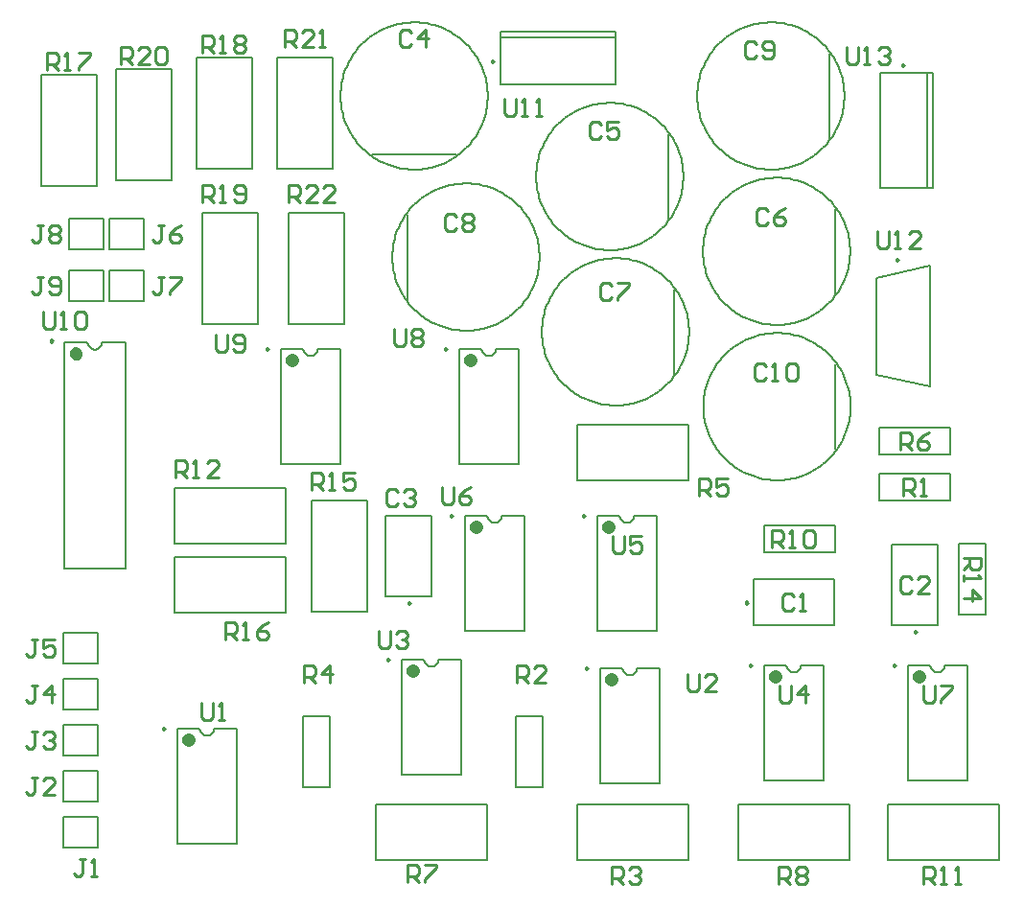
<source format=gto>
G04*
G04 #@! TF.GenerationSoftware,Altium Limited,Altium Designer,22.8.2 (66)*
G04*
G04 Layer_Color=65535*
%FSLAX25Y25*%
%MOIN*%
G70*
G04*
G04 #@! TF.SameCoordinates,5F72AED0-B843-43E6-9510-CD6902FEA16C*
G04*
G04*
G04 #@! TF.FilePolarity,Positive*
G04*
G01*
G75*
%ADD10C,0.02362*%
%ADD11C,0.00984*%
%ADD12C,0.00787*%
%ADD13C,0.00591*%
%ADD14C,0.01000*%
D10*
X180370Y126205D02*
X179925Y127128D01*
X178926Y127356D01*
X178125Y126717D01*
Y125692D01*
X178926Y125053D01*
X179925Y125281D01*
X180370Y126205D01*
X226370D02*
X225925Y127128D01*
X224926Y127356D01*
X224125Y126717D01*
Y125692D01*
X224926Y125053D01*
X225925Y125281D01*
X226370Y126205D01*
X116370Y184205D02*
X115925Y185128D01*
X114926Y185356D01*
X114125Y184717D01*
Y183692D01*
X114926Y183053D01*
X115925Y183281D01*
X116370Y184205D01*
X178370D02*
X177925Y185128D01*
X176926Y185356D01*
X176125Y184717D01*
Y183692D01*
X176926Y183053D01*
X177925Y183281D01*
X178370Y184205D01*
X41173Y186496D02*
X40729Y187419D01*
X39729Y187648D01*
X38928Y187009D01*
Y185984D01*
X39729Y185345D01*
X40729Y185573D01*
X41173Y186496D01*
X334370Y74205D02*
X333925Y75128D01*
X332926Y75356D01*
X332125Y74717D01*
Y73692D01*
X332926Y73053D01*
X333925Y73281D01*
X334370Y74205D01*
X80370Y52205D02*
X79925Y53128D01*
X78926Y53356D01*
X78125Y52717D01*
Y51692D01*
X78926Y51053D01*
X79925Y51281D01*
X80370Y52205D01*
X284370Y74205D02*
X283925Y75128D01*
X282926Y75356D01*
X282125Y74717D01*
Y73692D01*
X282926Y73053D01*
X283925Y73281D01*
X284370Y74205D01*
X158370Y76205D02*
X157925Y77128D01*
X156926Y77356D01*
X156125Y76717D01*
Y75692D01*
X156926Y75053D01*
X157925Y75281D01*
X158370Y76205D01*
X227370Y73205D02*
X226925Y74128D01*
X225926Y74356D01*
X225125Y73717D01*
Y72692D01*
X225926Y72053D01*
X226925Y72281D01*
X227370Y73205D01*
D11*
X171177Y130181D02*
X170439Y130607D01*
Y129755D01*
X171177Y130181D01*
X156333Y99752D02*
X155595Y100178D01*
Y99326D01*
X156333Y99752D01*
X217177Y130181D02*
X216439Y130607D01*
Y129755D01*
X217177Y130181D01*
X107177Y188181D02*
X106439Y188607D01*
Y187755D01*
X107177Y188181D01*
X169177D02*
X168439Y188607D01*
Y187755D01*
X169177Y188181D01*
X32177Y190984D02*
X31439Y191410D01*
Y190558D01*
X32177Y190984D01*
X325177Y78181D02*
X324439Y78607D01*
Y77755D01*
X325177Y78181D01*
X328177Y286701D02*
X327439Y287127D01*
Y286275D01*
X328177Y286701D01*
X71177Y56181D02*
X70439Y56607D01*
Y55755D01*
X71177Y56181D01*
X275177Y78181D02*
X274439Y78607D01*
Y77755D01*
X275177Y78181D01*
X149177Y80181D02*
X148439Y80607D01*
Y79755D01*
X149177Y80181D01*
X326051Y219035D02*
X325313Y219462D01*
Y218609D01*
X326051Y219035D01*
X185539Y288063D02*
X184801Y288489D01*
Y287637D01*
X185539Y288063D01*
X273866Y99907D02*
X273128Y100334D01*
Y99481D01*
X273866Y99907D01*
X332333Y89752D02*
X331594Y90178D01*
Y89326D01*
X332333Y89752D01*
X218177Y77181D02*
X217439Y77607D01*
Y76755D01*
X218177Y77181D01*
D12*
X183185Y130142D02*
X183375Y129185D01*
X183917Y128374D01*
X184728Y127832D01*
X185685Y127642D01*
X186642Y127832D01*
X187453Y128374D01*
X187995Y129185D01*
X188185Y130142D01*
X229185D02*
X229375Y129185D01*
X229917Y128374D01*
X230728Y127832D01*
X231685Y127642D01*
X232642Y127832D01*
X233453Y128374D01*
X233995Y129185D01*
X234185Y130142D01*
X119185Y188142D02*
X119375Y187185D01*
X119917Y186374D01*
X120728Y185832D01*
X121685Y185642D01*
X122642Y185832D01*
X123453Y186374D01*
X123995Y187185D01*
X124185Y188142D01*
X181185D02*
X181375Y187185D01*
X181917Y186374D01*
X182728Y185832D01*
X183685Y185642D01*
X184642Y185832D01*
X185453Y186374D01*
X185995Y187185D01*
X186185Y188142D01*
X44185Y190433D02*
X44375Y189476D01*
X44917Y188665D01*
X45728Y188123D01*
X46685Y187933D01*
X47642Y188123D01*
X48453Y188665D01*
X48995Y189476D01*
X49185Y190433D01*
X337185Y78142D02*
X337375Y77185D01*
X337917Y76374D01*
X338728Y75832D01*
X339685Y75642D01*
X340642Y75832D01*
X341453Y76374D01*
X341995Y77185D01*
X342185Y78142D01*
X83185Y56142D02*
X83375Y55185D01*
X83917Y54374D01*
X84728Y53832D01*
X85685Y53642D01*
X86642Y53832D01*
X87453Y54374D01*
X87995Y55185D01*
X88185Y56142D01*
X287185Y78142D02*
X287375Y77185D01*
X287917Y76374D01*
X288728Y75832D01*
X289685Y75642D01*
X290642Y75832D01*
X291453Y76374D01*
X291995Y77185D01*
X292185Y78142D01*
X161185Y80142D02*
X161375Y79185D01*
X161917Y78374D01*
X162728Y77832D01*
X163685Y77642D01*
X164642Y77832D01*
X165453Y78374D01*
X165995Y79185D01*
X166185Y80142D01*
X230185Y77142D02*
X230375Y76185D01*
X230917Y75374D01*
X231728Y74832D01*
X232685Y74642D01*
X233642Y74832D01*
X234453Y75374D01*
X234995Y76185D01*
X235185Y77142D01*
X121921Y135315D02*
X141449D01*
Y96811D02*
Y135315D01*
X121921Y96811D02*
X141449D01*
X121921D02*
Y135315D01*
X74433Y120280D02*
Y139807D01*
X112937D01*
Y120280D02*
Y139807D01*
X74433Y120280D02*
X112937D01*
X175252Y89984D02*
X196118D01*
X188185Y130142D02*
X196118D01*
X175252D02*
X183185D01*
X196118Y89984D02*
Y130142D01*
X175252Y89984D02*
Y130142D01*
X147673Y130059D02*
X163697D01*
X147673Y102067D02*
X163697D01*
Y130059D01*
X147673Y102067D02*
Y130059D01*
X221252Y89984D02*
X242118D01*
X234185Y130142D02*
X242118D01*
X221252D02*
X229185D01*
X242118Y89984D02*
Y130142D01*
X221252Y89984D02*
Y130142D01*
X83902Y235315D02*
X103429D01*
Y196811D02*
Y235315D01*
X83902Y196811D02*
X103429D01*
X83902D02*
Y235315D01*
X111252Y147984D02*
X132118D01*
X124185Y188142D02*
X132118D01*
X111252D02*
X119185D01*
X132118Y147984D02*
Y188142D01*
X111252Y147984D02*
Y188142D01*
X113902Y235315D02*
X133429D01*
Y196811D02*
Y235315D01*
X113902Y196811D02*
X133429D01*
X113902D02*
Y235315D01*
X53921Y285315D02*
X73449D01*
Y246811D02*
Y285315D01*
X53921Y246811D02*
X73449D01*
X53921D02*
Y285315D01*
X27902Y283315D02*
X47429D01*
Y244811D02*
Y283315D01*
X27902Y244811D02*
X47429D01*
X27902D02*
Y283315D01*
X37681Y233319D02*
X49689D01*
Y222807D02*
Y233319D01*
X37681Y222807D02*
X49689D01*
X37681D02*
Y233319D01*
X51681Y215319D02*
X63689D01*
Y204807D02*
Y215319D01*
X51681Y204807D02*
X63689D01*
X51681D02*
Y215319D01*
Y233319D02*
X63689D01*
Y222807D02*
Y233319D01*
X51681Y222807D02*
X63689D01*
X51681D02*
Y233319D01*
X37681Y215319D02*
X49689D01*
Y204807D02*
Y215319D01*
X37681Y204807D02*
X49689D01*
X37681D02*
Y215319D01*
X81941Y250811D02*
X101469D01*
X81941D02*
Y289315D01*
X101469D01*
Y250811D02*
Y289315D01*
X245961Y233496D02*
Y262630D01*
X155410Y205496D02*
Y234630D01*
X109941Y250811D02*
X129469D01*
X109941D02*
Y289315D01*
X129469D01*
Y250811D02*
Y289315D01*
X143118Y255787D02*
X172252D01*
X173252Y147984D02*
X194118D01*
X186185Y188142D02*
X194118D01*
X173252D02*
X181185D01*
X194118Y147984D02*
Y188142D01*
X173252Y147984D02*
Y188142D01*
X252937Y142299D02*
Y161827D01*
X214433Y142299D02*
X252937D01*
X214433D02*
Y161827D01*
X252937D01*
X247961Y179496D02*
Y208630D01*
X36055Y111693D02*
Y190433D01*
X57315Y111693D02*
Y190433D01*
X36055D02*
X44185D01*
X49185D02*
X57315D01*
X36055Y111693D02*
X57315D01*
X329252Y37984D02*
X350118D01*
X342185Y78142D02*
X350118D01*
X329252D02*
X337185D01*
X350118Y37984D02*
Y78142D01*
X329252Y37984D02*
Y78142D01*
X346961Y120465D02*
X356410D01*
Y95661D02*
Y120465D01*
X346961Y95661D02*
Y120465D01*
Y95661D02*
X356410D01*
X360937Y10319D02*
Y29847D01*
X322433Y10319D02*
X360937D01*
X322433D02*
Y29847D01*
X360937D01*
X319654Y284142D02*
X338158D01*
X319654Y243984D02*
X338158D01*
X319654D02*
Y284142D01*
X338158Y243984D02*
Y284142D01*
X336189Y243984D02*
Y284142D01*
X75252Y15984D02*
X96118D01*
X88185Y56142D02*
X96118D01*
X75252D02*
X83185D01*
X96118Y15984D02*
Y56142D01*
X75252Y15984D02*
Y56142D01*
X252937Y10319D02*
Y29847D01*
X214433Y10319D02*
X252937D01*
X214433D02*
Y29847D01*
X252937D01*
X279252Y37984D02*
X300118D01*
X292185Y78142D02*
X300118D01*
X279252D02*
X287185D01*
X300118Y37984D02*
Y78142D01*
X279252Y37984D02*
Y78142D01*
X344087Y135339D02*
Y144787D01*
X319284Y135339D02*
X344087D01*
X319284Y144787D02*
X344087D01*
X319284Y135339D02*
Y144787D01*
X279283Y117339D02*
Y126787D01*
X304087D01*
X279283Y117339D02*
X304087D01*
Y126787D01*
X344087Y151339D02*
Y160787D01*
X319284Y151339D02*
X344087D01*
X319284Y160787D02*
X344087D01*
X319284Y151339D02*
Y160787D01*
X308937Y10319D02*
Y29847D01*
X270433Y10319D02*
X308937D01*
X270433D02*
Y29847D01*
X308937D01*
X153252Y39984D02*
X174118D01*
X166185Y80142D02*
X174118D01*
X153252D02*
X161185D01*
X174118Y39984D02*
Y80142D01*
X153252Y39984D02*
Y80142D01*
X182937Y10319D02*
Y29847D01*
X144433Y10319D02*
X182937D01*
X144433D02*
Y29847D01*
X182937D01*
X301961Y261496D02*
Y290630D01*
X303961Y207496D02*
Y236630D01*
X318433Y179260D02*
Y212866D01*
Y179260D02*
X336937Y175059D01*
Y175256D02*
Y216870D01*
X318433Y212866D02*
X336937Y217067D01*
X35681Y41319D02*
X47689D01*
Y30807D02*
Y41319D01*
X35681Y30807D02*
X47689D01*
X35681D02*
Y41319D01*
Y73319D02*
X47689D01*
Y62807D02*
Y73319D01*
X35681Y62807D02*
X47689D01*
X35681D02*
Y73319D01*
Y89319D02*
X47689D01*
Y78807D02*
Y89319D01*
X35681Y78807D02*
X47689D01*
X35681D02*
Y89319D01*
Y57319D02*
X47689D01*
Y46807D02*
Y57319D01*
X35681Y46807D02*
X47689D01*
X35681D02*
Y57319D01*
Y25319D02*
X47689D01*
Y14807D02*
Y25319D01*
X35681Y14807D02*
X47689D01*
X35681D02*
Y25319D01*
X187606Y280031D02*
Y298535D01*
X227764Y280031D02*
Y298535D01*
X187606Y280031D02*
X227764D01*
X187606Y298535D02*
X227764D01*
X187606Y296567D02*
X227764D01*
X304118Y153496D02*
Y182630D01*
X303681Y92051D02*
Y108075D01*
X275689Y92051D02*
Y108075D01*
Y92051D02*
X303681D01*
X275689Y108075D02*
X303681D01*
X323673Y120059D02*
X339697D01*
X323673Y92067D02*
X339697D01*
Y120059D01*
X323673Y92067D02*
Y120059D01*
X118961Y35661D02*
X128410D01*
X118961D02*
Y60465D01*
X128410Y35661D02*
Y60465D01*
X118961D02*
X128410D01*
X74433Y96280D02*
Y115807D01*
X112937D01*
Y96280D02*
Y115807D01*
X74433Y96280D02*
X112937D01*
X192961Y35661D02*
X202410D01*
X192961D02*
Y60465D01*
X202410Y35661D02*
Y60465D01*
X192961D02*
X202410D01*
X222252Y36984D02*
X243118D01*
X235185Y77142D02*
X243118D01*
X222252D02*
X230185D01*
X243118Y36984D02*
Y77142D01*
X222252Y36984D02*
Y77142D01*
D13*
X251276Y248063D02*
X251256Y249061D01*
X251198Y250058D01*
X251100Y251052D01*
X250964Y252042D01*
X250790Y253025D01*
X250577Y254001D01*
X250327Y254967D01*
X250039Y255923D01*
X249713Y256868D01*
X249352Y257798D01*
X248954Y258714D01*
X248520Y259614D01*
X248052Y260496D01*
X247550Y261359D01*
X247015Y262202D01*
X246447Y263024D01*
X245847Y263823D01*
X245217Y264597D01*
X244557Y265347D01*
X243868Y266070D01*
X243152Y266765D01*
X242409Y267433D01*
X241640Y268071D01*
X240848Y268678D01*
X240032Y269254D01*
X239194Y269797D01*
X238336Y270308D01*
X237458Y270784D01*
X236563Y271227D01*
X235651Y271633D01*
X234724Y272004D01*
X233783Y272339D01*
X232829Y272636D01*
X231865Y272896D01*
X230892Y273118D01*
X229910Y273302D01*
X228922Y273448D01*
X227929Y273555D01*
X226933Y273623D01*
X225935Y273652D01*
X224936Y273643D01*
X223939Y273594D01*
X222944Y273506D01*
X221953Y273380D01*
X220968Y273215D01*
X219991Y273012D01*
X219022Y272771D01*
X218063Y272492D01*
X217115Y272176D01*
X216181Y271823D01*
X215261Y271434D01*
X214357Y271010D01*
X213471Y270550D01*
X212603Y270057D01*
X211754Y269530D01*
X210928Y268970D01*
X210123Y268378D01*
X209342Y267755D01*
X208586Y267103D01*
X207857Y266421D01*
X207154Y265712D01*
X206479Y264975D01*
X205834Y264213D01*
X205219Y263426D01*
X204635Y262616D01*
X204084Y261784D01*
X203565Y260930D01*
X203080Y260057D01*
X202629Y259166D01*
X202213Y258258D01*
X201833Y257335D01*
X201490Y256397D01*
X201183Y255447D01*
X200914Y254485D01*
X200682Y253514D01*
X200488Y252534D01*
X200333Y251548D01*
X200216Y250556D01*
X200138Y249560D01*
X200099Y248562D01*
Y247564D01*
X200138Y246566D01*
X200216Y245570D01*
X200333Y244579D01*
X200488Y243592D01*
X200682Y242612D01*
X200913Y241641D01*
X201183Y240679D01*
X201490Y239729D01*
X201833Y238791D01*
X202213Y237868D01*
X202629Y236960D01*
X203080Y236069D01*
X203565Y235196D01*
X204083Y234343D01*
X204635Y233510D01*
X205219Y232700D01*
X205834Y231913D01*
X206479Y231151D01*
X207154Y230415D01*
X207856Y229705D01*
X208586Y229023D01*
X209342Y228371D01*
X210123Y227748D01*
X210927Y227156D01*
X211754Y226596D01*
X212602Y226069D01*
X213471Y225576D01*
X214357Y225116D01*
X215261Y224692D01*
X216181Y224303D01*
X217115Y223950D01*
X218062Y223634D01*
X219022Y223355D01*
X219990Y223114D01*
X220968Y222911D01*
X221953Y222746D01*
X222944Y222620D01*
X223939Y222532D01*
X224936Y222483D01*
X225935Y222474D01*
X226933Y222503D01*
X227929Y222571D01*
X228922Y222678D01*
X229910Y222824D01*
X230891Y223008D01*
X231865Y223230D01*
X232829Y223490D01*
X233783Y223787D01*
X234724Y224122D01*
X235651Y224493D01*
X236563Y224899D01*
X237458Y225342D01*
X238336Y225818D01*
X239194Y226329D01*
X240032Y226872D01*
X240848Y227448D01*
X241640Y228055D01*
X242409Y228693D01*
X243152Y229360D01*
X243868Y230056D01*
X244557Y230779D01*
X245217Y231529D01*
X245847Y232303D01*
X246447Y233102D01*
X247015Y233924D01*
X247550Y234767D01*
X248052Y235630D01*
X248520Y236512D01*
X248954Y237411D01*
X249351Y238328D01*
X249713Y239258D01*
X250039Y240202D01*
X250327Y241159D01*
X250577Y242125D01*
X250790Y243101D01*
X250964Y244084D01*
X251100Y245074D01*
X251198Y246068D01*
X251256Y247064D01*
X251276Y248063D01*
X201276Y220063D02*
X201256Y221061D01*
X201198Y222058D01*
X201100Y223052D01*
X200964Y224042D01*
X200790Y225025D01*
X200577Y226001D01*
X200327Y226967D01*
X200039Y227923D01*
X199713Y228868D01*
X199351Y229798D01*
X198954Y230714D01*
X198520Y231614D01*
X198052Y232496D01*
X197550Y233359D01*
X197015Y234202D01*
X196447Y235024D01*
X195847Y235823D01*
X195217Y236597D01*
X194557Y237347D01*
X193868Y238070D01*
X193152Y238766D01*
X192409Y239433D01*
X191640Y240071D01*
X190848Y240678D01*
X190032Y241254D01*
X189194Y241797D01*
X188336Y242308D01*
X187458Y242785D01*
X186563Y243227D01*
X185651Y243633D01*
X184724Y244004D01*
X183783Y244339D01*
X182829Y244636D01*
X181865Y244896D01*
X180892Y245118D01*
X179910Y245302D01*
X178922Y245448D01*
X177929Y245555D01*
X176933Y245623D01*
X175935Y245652D01*
X174936Y245643D01*
X173939Y245594D01*
X172944Y245506D01*
X171953Y245380D01*
X170968Y245215D01*
X169991Y245012D01*
X169022Y244771D01*
X168063Y244492D01*
X167115Y244176D01*
X166181Y243823D01*
X165261Y243434D01*
X164357Y243010D01*
X163471Y242550D01*
X162603Y242057D01*
X161754Y241530D01*
X160927Y240970D01*
X160123Y240378D01*
X159342Y239755D01*
X158586Y239103D01*
X157857Y238421D01*
X157154Y237712D01*
X156479Y236975D01*
X155834Y236213D01*
X155219Y235426D01*
X154635Y234616D01*
X154084Y233784D01*
X153565Y232930D01*
X153079Y232057D01*
X152629Y231166D01*
X152213Y230258D01*
X151833Y229335D01*
X151490Y228397D01*
X151183Y227447D01*
X150914Y226485D01*
X150682Y225514D01*
X150488Y224534D01*
X150333Y223548D01*
X150216Y222556D01*
X150138Y221560D01*
X150099Y220562D01*
Y219564D01*
X150138Y218566D01*
X150216Y217570D01*
X150333Y216579D01*
X150488Y215592D01*
X150682Y214612D01*
X150913Y213641D01*
X151183Y212679D01*
X151490Y211729D01*
X151833Y210791D01*
X152213Y209868D01*
X152629Y208960D01*
X153079Y208069D01*
X153565Y207196D01*
X154084Y206343D01*
X154635Y205510D01*
X155219Y204700D01*
X155834Y203913D01*
X156479Y203151D01*
X157154Y202414D01*
X157857Y201705D01*
X158586Y201023D01*
X159342Y200371D01*
X160123Y199748D01*
X160927Y199156D01*
X161754Y198597D01*
X162602Y198069D01*
X163471Y197576D01*
X164357Y197116D01*
X165261Y196692D01*
X166181Y196303D01*
X167115Y195950D01*
X168062Y195634D01*
X169021Y195355D01*
X169991Y195114D01*
X170968Y194911D01*
X171953Y194746D01*
X172944Y194620D01*
X173939Y194532D01*
X174936Y194483D01*
X175935Y194474D01*
X176933Y194503D01*
X177929Y194571D01*
X178922Y194678D01*
X179910Y194824D01*
X180892Y195008D01*
X181865Y195230D01*
X182829Y195490D01*
X183783Y195787D01*
X184724Y196122D01*
X185651Y196493D01*
X186563Y196899D01*
X187458Y197342D01*
X188336Y197818D01*
X189194Y198329D01*
X190032Y198872D01*
X190848Y199448D01*
X191640Y200055D01*
X192409Y200693D01*
X193152Y201360D01*
X193868Y202056D01*
X194557Y202779D01*
X195217Y203529D01*
X195847Y204303D01*
X196447Y205102D01*
X197015Y205924D01*
X197550Y206767D01*
X198052Y207630D01*
X198520Y208512D01*
X198953Y209412D01*
X199351Y210328D01*
X199713Y211258D01*
X200039Y212203D01*
X200327Y213159D01*
X200577Y214125D01*
X200790Y215101D01*
X200964Y216084D01*
X201100Y217074D01*
X201198Y218068D01*
X201256Y219064D01*
X201276Y220063D01*
X183276Y276063D02*
X183256Y277061D01*
X183198Y278058D01*
X183100Y279052D01*
X182964Y280042D01*
X182790Y281025D01*
X182577Y282001D01*
X182327Y282967D01*
X182038Y283923D01*
X181713Y284868D01*
X181351Y285798D01*
X180954Y286714D01*
X180520Y287614D01*
X180052Y288496D01*
X179550Y289359D01*
X179015Y290202D01*
X178447Y291024D01*
X177847Y291823D01*
X177217Y292597D01*
X176557Y293347D01*
X175868Y294070D01*
X175152Y294765D01*
X174409Y295433D01*
X173641Y296071D01*
X172848Y296678D01*
X172032Y297254D01*
X171194Y297797D01*
X170336Y298308D01*
X169458Y298784D01*
X168563Y299226D01*
X167651Y299633D01*
X166724Y300004D01*
X165783Y300339D01*
X164829Y300636D01*
X163865Y300896D01*
X162892Y301118D01*
X161910Y301302D01*
X160922Y301448D01*
X159929Y301555D01*
X158933Y301623D01*
X157935Y301652D01*
X156936Y301643D01*
X155939Y301594D01*
X154944Y301506D01*
X153953Y301380D01*
X152968Y301215D01*
X151991Y301012D01*
X151022Y300771D01*
X150063Y300492D01*
X149115Y300176D01*
X148181Y299823D01*
X147261Y299434D01*
X146357Y299010D01*
X145471Y298550D01*
X144603Y298057D01*
X143754Y297530D01*
X142928Y296970D01*
X142123Y296378D01*
X141342Y295755D01*
X140586Y295103D01*
X139857Y294421D01*
X139154Y293712D01*
X138479Y292975D01*
X137834Y292213D01*
X137219Y291426D01*
X136635Y290616D01*
X136084Y289784D01*
X135565Y288930D01*
X135080Y288057D01*
X134629Y287166D01*
X134213Y286258D01*
X133833Y285335D01*
X133490Y284397D01*
X133183Y283447D01*
X132913Y282485D01*
X132682Y281514D01*
X132488Y280534D01*
X132333Y279548D01*
X132216Y278556D01*
X132138Y277560D01*
X132099Y276562D01*
Y275564D01*
X132138Y274566D01*
X132216Y273570D01*
X132333Y272579D01*
X132488Y271592D01*
X132682Y270612D01*
X132913Y269641D01*
X133183Y268679D01*
X133490Y267729D01*
X133833Y266791D01*
X134213Y265868D01*
X134629Y264960D01*
X135080Y264069D01*
X135565Y263196D01*
X136083Y262343D01*
X136635Y261510D01*
X137219Y260700D01*
X137834Y259913D01*
X138479Y259151D01*
X139154Y258415D01*
X139857Y257705D01*
X140586Y257023D01*
X141342Y256371D01*
X142123Y255748D01*
X142927Y255156D01*
X143754Y254596D01*
X144603Y254069D01*
X145471Y253576D01*
X146357Y253116D01*
X147261Y252692D01*
X148181Y252303D01*
X149115Y251950D01*
X150063Y251634D01*
X151022Y251355D01*
X151990Y251114D01*
X152968Y250911D01*
X153953Y250746D01*
X154944Y250620D01*
X155939Y250532D01*
X156936Y250483D01*
X157935Y250474D01*
X158933Y250503D01*
X159929Y250571D01*
X160922Y250678D01*
X161910Y250824D01*
X162891Y251008D01*
X163865Y251230D01*
X164829Y251490D01*
X165783Y251787D01*
X166724Y252122D01*
X167651Y252493D01*
X168563Y252899D01*
X169458Y253342D01*
X170336Y253818D01*
X171194Y254329D01*
X172032Y254872D01*
X172848Y255448D01*
X173640Y256055D01*
X174409Y256693D01*
X175152Y257360D01*
X175868Y258056D01*
X176557Y258779D01*
X177217Y259529D01*
X177847Y260303D01*
X178447Y261102D01*
X179015Y261924D01*
X179550Y262767D01*
X180052Y263630D01*
X180520Y264512D01*
X180954Y265411D01*
X181351Y266328D01*
X181713Y267258D01*
X182038Y268202D01*
X182327Y269159D01*
X182577Y270125D01*
X182790Y271101D01*
X182964Y272084D01*
X183100Y273074D01*
X183198Y274067D01*
X183256Y275064D01*
X183276Y276063D01*
X253276Y194063D02*
X253256Y195061D01*
X253198Y196058D01*
X253100Y197052D01*
X252964Y198042D01*
X252790Y199025D01*
X252577Y200001D01*
X252327Y200967D01*
X252039Y201923D01*
X251713Y202868D01*
X251351Y203798D01*
X250954Y204714D01*
X250520Y205614D01*
X250052Y206496D01*
X249550Y207359D01*
X249015Y208202D01*
X248447Y209024D01*
X247847Y209823D01*
X247217Y210597D01*
X246557Y211347D01*
X245868Y212070D01*
X245152Y212766D01*
X244409Y213433D01*
X243640Y214071D01*
X242848Y214678D01*
X242032Y215254D01*
X241194Y215797D01*
X240336Y216308D01*
X239458Y216785D01*
X238563Y217227D01*
X237651Y217633D01*
X236724Y218004D01*
X235783Y218339D01*
X234829Y218636D01*
X233865Y218896D01*
X232892Y219118D01*
X231910Y219302D01*
X230922Y219448D01*
X229929Y219555D01*
X228933Y219623D01*
X227935Y219652D01*
X226936Y219643D01*
X225939Y219594D01*
X224944Y219506D01*
X223953Y219380D01*
X222968Y219215D01*
X221991Y219012D01*
X221022Y218771D01*
X220063Y218492D01*
X219115Y218176D01*
X218181Y217823D01*
X217261Y217434D01*
X216357Y217010D01*
X215471Y216550D01*
X214603Y216057D01*
X213754Y215530D01*
X212928Y214970D01*
X212123Y214378D01*
X211342Y213755D01*
X210586Y213103D01*
X209857Y212421D01*
X209154Y211712D01*
X208479Y210975D01*
X207834Y210213D01*
X207219Y209426D01*
X206635Y208616D01*
X206084Y207784D01*
X205565Y206930D01*
X205080Y206058D01*
X204629Y205166D01*
X204213Y204258D01*
X203833Y203335D01*
X203490Y202397D01*
X203183Y201447D01*
X202913Y200485D01*
X202682Y199514D01*
X202488Y198534D01*
X202333Y197548D01*
X202216Y196556D01*
X202138Y195560D01*
X202099Y194562D01*
Y193564D01*
X202138Y192566D01*
X202216Y191570D01*
X202333Y190578D01*
X202488Y189592D01*
X202682Y188612D01*
X202913Y187641D01*
X203183Y186679D01*
X203490Y185729D01*
X203833Y184791D01*
X204213Y183868D01*
X204629Y182960D01*
X205080Y182069D01*
X205565Y181196D01*
X206084Y180342D01*
X206635Y179510D01*
X207219Y178700D01*
X207834Y177913D01*
X208479Y177151D01*
X209154Y176415D01*
X209857Y175705D01*
X210586Y175023D01*
X211342Y174371D01*
X212123Y173748D01*
X212927Y173156D01*
X213754Y172597D01*
X214602Y172069D01*
X215471Y171576D01*
X216357Y171116D01*
X217261Y170692D01*
X218181Y170303D01*
X219115Y169950D01*
X220062Y169634D01*
X221022Y169355D01*
X221990Y169114D01*
X222968Y168911D01*
X223953Y168746D01*
X224944Y168620D01*
X225939Y168532D01*
X226936Y168483D01*
X227935Y168474D01*
X228933Y168503D01*
X229929Y168571D01*
X230922Y168678D01*
X231910Y168824D01*
X232892Y169008D01*
X233865Y169230D01*
X234829Y169490D01*
X235783Y169787D01*
X236724Y170122D01*
X237651Y170493D01*
X238563Y170899D01*
X239458Y171342D01*
X240336Y171818D01*
X241194Y172329D01*
X242032Y172872D01*
X242848Y173448D01*
X243640Y174055D01*
X244409Y174693D01*
X245152Y175360D01*
X245868Y176056D01*
X246557Y176779D01*
X247217Y177529D01*
X247847Y178303D01*
X248447Y179102D01*
X249015Y179923D01*
X249550Y180766D01*
X250052Y181630D01*
X250520Y182512D01*
X250954Y183412D01*
X251351Y184327D01*
X251713Y185258D01*
X252039Y186203D01*
X252327Y187159D01*
X252577Y188125D01*
X252790Y189101D01*
X252964Y190084D01*
X253100Y191074D01*
X253198Y192068D01*
X253256Y193064D01*
X253276Y194063D01*
X307276Y276063D02*
X307256Y277061D01*
X307198Y278058D01*
X307100Y279052D01*
X306964Y280042D01*
X306790Y281025D01*
X306577Y282001D01*
X306327Y282967D01*
X306038Y283923D01*
X305713Y284868D01*
X305351Y285798D01*
X304954Y286714D01*
X304520Y287614D01*
X304052Y288496D01*
X303550Y289359D01*
X303015Y290202D01*
X302447Y291024D01*
X301847Y291823D01*
X301217Y292597D01*
X300557Y293347D01*
X299868Y294070D01*
X299152Y294765D01*
X298409Y295433D01*
X297640Y296071D01*
X296848Y296678D01*
X296032Y297254D01*
X295194Y297797D01*
X294336Y298308D01*
X293458Y298784D01*
X292563Y299226D01*
X291651Y299633D01*
X290724Y300004D01*
X289783Y300339D01*
X288829Y300636D01*
X287865Y300896D01*
X286892Y301118D01*
X285910Y301302D01*
X284922Y301448D01*
X283929Y301555D01*
X282933Y301623D01*
X281935Y301652D01*
X280936Y301643D01*
X279939Y301594D01*
X278944Y301506D01*
X277953Y301380D01*
X276968Y301215D01*
X275991Y301012D01*
X275022Y300771D01*
X274063Y300492D01*
X273115Y300176D01*
X272181Y299823D01*
X271261Y299434D01*
X270357Y299010D01*
X269471Y298550D01*
X268603Y298057D01*
X267754Y297530D01*
X266928Y296970D01*
X266123Y296378D01*
X265342Y295755D01*
X264586Y295103D01*
X263857Y294421D01*
X263154Y293712D01*
X262479Y292975D01*
X261834Y292213D01*
X261219Y291426D01*
X260635Y290616D01*
X260084Y289784D01*
X259565Y288930D01*
X259080Y288057D01*
X258629Y287166D01*
X258213Y286258D01*
X257833Y285335D01*
X257490Y284397D01*
X257183Y283447D01*
X256913Y282485D01*
X256682Y281514D01*
X256488Y280534D01*
X256333Y279548D01*
X256216Y278556D01*
X256138Y277560D01*
X256099Y276562D01*
Y275564D01*
X256138Y274566D01*
X256216Y273570D01*
X256333Y272579D01*
X256488Y271592D01*
X256682Y270612D01*
X256913Y269641D01*
X257183Y268679D01*
X257490Y267729D01*
X257833Y266791D01*
X258213Y265868D01*
X258629Y264960D01*
X259080Y264069D01*
X259565Y263196D01*
X260084Y262343D01*
X260635Y261510D01*
X261219Y260700D01*
X261834Y259913D01*
X262479Y259151D01*
X263154Y258415D01*
X263857Y257705D01*
X264586Y257023D01*
X265342Y256371D01*
X266123Y255748D01*
X266927Y255156D01*
X267754Y254596D01*
X268602Y254069D01*
X269471Y253576D01*
X270357Y253116D01*
X271261Y252692D01*
X272181Y252303D01*
X273115Y251950D01*
X274062Y251634D01*
X275022Y251355D01*
X275991Y251114D01*
X276968Y250911D01*
X277953Y250746D01*
X278944Y250620D01*
X279939Y250532D01*
X280936Y250483D01*
X281935Y250474D01*
X282933Y250503D01*
X283929Y250571D01*
X284922Y250678D01*
X285910Y250824D01*
X286892Y251008D01*
X287865Y251230D01*
X288829Y251490D01*
X289783Y251787D01*
X290724Y252122D01*
X291651Y252493D01*
X292563Y252899D01*
X293458Y253342D01*
X294336Y253818D01*
X295194Y254329D01*
X296032Y254872D01*
X296848Y255448D01*
X297640Y256055D01*
X298409Y256693D01*
X299152Y257360D01*
X299868Y258056D01*
X300557Y258779D01*
X301217Y259529D01*
X301847Y260303D01*
X302447Y261102D01*
X303015Y261924D01*
X303550Y262767D01*
X304052Y263630D01*
X304520Y264512D01*
X304954Y265411D01*
X305351Y266328D01*
X305713Y267258D01*
X306038Y268202D01*
X306327Y269159D01*
X306577Y270125D01*
X306790Y271101D01*
X306964Y272084D01*
X307100Y273074D01*
X307198Y274067D01*
X307256Y275064D01*
X307276Y276063D01*
X309276Y222063D02*
X309256Y223061D01*
X309198Y224058D01*
X309100Y225052D01*
X308964Y226042D01*
X308790Y227025D01*
X308577Y228001D01*
X308327Y228967D01*
X308038Y229923D01*
X307713Y230868D01*
X307351Y231798D01*
X306954Y232714D01*
X306520Y233614D01*
X306052Y234496D01*
X305550Y235359D01*
X305015Y236202D01*
X304447Y237024D01*
X303847Y237823D01*
X303217Y238597D01*
X302557Y239347D01*
X301868Y240070D01*
X301152Y240766D01*
X300409Y241433D01*
X299640Y242071D01*
X298848Y242678D01*
X298032Y243254D01*
X297194Y243797D01*
X296336Y244308D01*
X295458Y244784D01*
X294563Y245227D01*
X293651Y245633D01*
X292724Y246004D01*
X291783Y246339D01*
X290829Y246636D01*
X289865Y246896D01*
X288892Y247118D01*
X287910Y247302D01*
X286922Y247448D01*
X285929Y247555D01*
X284933Y247623D01*
X283935Y247652D01*
X282936Y247643D01*
X281939Y247594D01*
X280944Y247506D01*
X279953Y247380D01*
X278968Y247215D01*
X277991Y247012D01*
X277022Y246771D01*
X276063Y246492D01*
X275115Y246176D01*
X274181Y245823D01*
X273261Y245434D01*
X272357Y245010D01*
X271471Y244550D01*
X270603Y244057D01*
X269754Y243530D01*
X268928Y242970D01*
X268123Y242378D01*
X267342Y241755D01*
X266586Y241103D01*
X265857Y240421D01*
X265154Y239712D01*
X264479Y238975D01*
X263834Y238213D01*
X263219Y237426D01*
X262635Y236616D01*
X262084Y235784D01*
X261565Y234930D01*
X261080Y234057D01*
X260629Y233166D01*
X260213Y232258D01*
X259833Y231335D01*
X259490Y230397D01*
X259183Y229447D01*
X258913Y228485D01*
X258682Y227514D01*
X258488Y226534D01*
X258333Y225548D01*
X258216Y224556D01*
X258138Y223560D01*
X258099Y222562D01*
Y221564D01*
X258138Y220566D01*
X258216Y219570D01*
X258333Y218579D01*
X258488Y217592D01*
X258682Y216612D01*
X258913Y215641D01*
X259183Y214679D01*
X259490Y213729D01*
X259833Y212791D01*
X260213Y211868D01*
X260629Y210960D01*
X261080Y210069D01*
X261565Y209196D01*
X262084Y208343D01*
X262635Y207510D01*
X263219Y206700D01*
X263834Y205913D01*
X264479Y205151D01*
X265154Y204415D01*
X265857Y203705D01*
X266586Y203023D01*
X267342Y202371D01*
X268123Y201748D01*
X268927Y201156D01*
X269754Y200596D01*
X270602Y200069D01*
X271471Y199576D01*
X272357Y199116D01*
X273261Y198692D01*
X274181Y198303D01*
X275115Y197950D01*
X276062Y197634D01*
X277022Y197355D01*
X277991Y197114D01*
X278968Y196911D01*
X279953Y196746D01*
X280944Y196620D01*
X281939Y196532D01*
X282936Y196483D01*
X283935Y196474D01*
X284933Y196503D01*
X285929Y196571D01*
X286922Y196678D01*
X287910Y196824D01*
X288892Y197008D01*
X289865Y197230D01*
X290829Y197490D01*
X291783Y197787D01*
X292724Y198122D01*
X293651Y198493D01*
X294563Y198899D01*
X295458Y199341D01*
X296336Y199818D01*
X297194Y200329D01*
X298032Y200872D01*
X298848Y201448D01*
X299640Y202055D01*
X300409Y202693D01*
X301152Y203360D01*
X301868Y204056D01*
X302557Y204779D01*
X303217Y205529D01*
X303847Y206303D01*
X304447Y207102D01*
X305015Y207924D01*
X305550Y208767D01*
X306052Y209630D01*
X306520Y210512D01*
X306954Y211411D01*
X307351Y212328D01*
X307713Y213258D01*
X308038Y214202D01*
X308327Y215159D01*
X308577Y216125D01*
X308790Y217101D01*
X308964Y218084D01*
X309100Y219074D01*
X309198Y220068D01*
X309256Y221064D01*
X309276Y222063D01*
X309433Y168063D02*
X309414Y169061D01*
X309355Y170058D01*
X309258Y171052D01*
X309122Y172042D01*
X308947Y173025D01*
X308735Y174001D01*
X308484Y174967D01*
X308196Y175923D01*
X307871Y176868D01*
X307509Y177798D01*
X307111Y178714D01*
X306678Y179614D01*
X306210Y180496D01*
X305708Y181359D01*
X305172Y182202D01*
X304604Y183024D01*
X304005Y183823D01*
X303375Y184597D01*
X302715Y185347D01*
X302026Y186070D01*
X301309Y186766D01*
X300566Y187433D01*
X299798Y188070D01*
X299005Y188678D01*
X298189Y189254D01*
X297352Y189797D01*
X296493Y190308D01*
X295616Y190785D01*
X294720Y191226D01*
X293808Y191633D01*
X292881Y192004D01*
X291940Y192339D01*
X290987Y192636D01*
X290023Y192896D01*
X289049Y193118D01*
X288068Y193302D01*
X287080Y193448D01*
X286087Y193555D01*
X285090Y193623D01*
X284092Y193652D01*
X283094Y193643D01*
X282096Y193594D01*
X281101Y193506D01*
X280111Y193380D01*
X279126Y193215D01*
X278148Y193012D01*
X277179Y192771D01*
X276220Y192492D01*
X275273Y192176D01*
X274339Y191823D01*
X273419Y191434D01*
X272515Y191010D01*
X271628Y190550D01*
X270760Y190057D01*
X269912Y189530D01*
X269085Y188970D01*
X268281Y188378D01*
X267500Y187755D01*
X266744Y187103D01*
X266014Y186421D01*
X265311Y185712D01*
X264637Y184975D01*
X263992Y184213D01*
X263377Y183426D01*
X262793Y182616D01*
X262241Y181784D01*
X261722Y180930D01*
X261237Y180058D01*
X260786Y179166D01*
X260371Y178258D01*
X259991Y177335D01*
X259647Y176397D01*
X259340Y175447D01*
X259071Y174485D01*
X258839Y173514D01*
X258646Y172534D01*
X258490Y171548D01*
X258374Y170556D01*
X258296Y169560D01*
X258257Y168562D01*
Y167564D01*
X258296Y166566D01*
X258374Y165570D01*
X258490Y164578D01*
X258646Y163592D01*
X258839Y162612D01*
X259071Y161641D01*
X259340Y160679D01*
X259647Y159729D01*
X259991Y158791D01*
X260371Y157868D01*
X260786Y156960D01*
X261237Y156069D01*
X261722Y155196D01*
X262241Y154342D01*
X262793Y153510D01*
X263377Y152700D01*
X263992Y151913D01*
X264637Y151151D01*
X265311Y150415D01*
X266014Y149705D01*
X266744Y149023D01*
X267500Y148371D01*
X268280Y147748D01*
X269085Y147156D01*
X269912Y146597D01*
X270760Y146069D01*
X271628Y145576D01*
X272515Y145116D01*
X273419Y144692D01*
X274338Y144303D01*
X275273Y143950D01*
X276220Y143634D01*
X277179Y143355D01*
X278148Y143114D01*
X279126Y142911D01*
X280111Y142746D01*
X281101Y142620D01*
X282096Y142532D01*
X283094Y142483D01*
X284092Y142474D01*
X285090Y142503D01*
X286087Y142571D01*
X287080Y142678D01*
X288068Y142824D01*
X289049Y143008D01*
X290023Y143230D01*
X290987Y143490D01*
X291940Y143787D01*
X292881Y144122D01*
X293808Y144493D01*
X294720Y144899D01*
X295616Y145342D01*
X296493Y145818D01*
X297352Y146329D01*
X298189Y146872D01*
X299005Y147448D01*
X299798Y148055D01*
X300566Y148693D01*
X301309Y149360D01*
X302026Y150056D01*
X302714Y150779D01*
X303374Y151529D01*
X304005Y152303D01*
X304604Y153102D01*
X305172Y153923D01*
X305708Y154766D01*
X306210Y155630D01*
X306678Y156512D01*
X307111Y157412D01*
X307509Y158327D01*
X307871Y159258D01*
X308196Y160203D01*
X308484Y161159D01*
X308735Y162125D01*
X308947Y163101D01*
X309122Y164084D01*
X309258Y165074D01*
X309355Y166068D01*
X309414Y167064D01*
X309433Y168063D01*
D14*
X280186Y182062D02*
X279187Y183062D01*
X277187D01*
X276187Y182062D01*
Y178064D01*
X277187Y177064D01*
X279187D01*
X280186Y178064D01*
X282186Y177064D02*
X284185D01*
X283185D01*
Y183062D01*
X282186Y182062D01*
X287184D02*
X288184Y183062D01*
X290183D01*
X291183Y182062D01*
Y178064D01*
X290183Y177064D01*
X288184D01*
X287184Y178064D01*
Y182062D01*
X28685Y200961D02*
Y195963D01*
X29685Y194963D01*
X31684D01*
X32684Y195963D01*
Y200961D01*
X34683Y194963D02*
X36683D01*
X35683D01*
Y200961D01*
X34683Y199961D01*
X39682D02*
X40681Y200961D01*
X42680D01*
X43680Y199961D01*
Y195963D01*
X42680Y194963D01*
X40681D01*
X39682Y195963D01*
Y199961D01*
X308188Y293062D02*
Y288064D01*
X309187Y287064D01*
X311187D01*
X312186Y288064D01*
Y293062D01*
X314186Y287064D02*
X316185D01*
X315185D01*
Y293062D01*
X314186Y292062D01*
X319184D02*
X320184Y293062D01*
X322183D01*
X323183Y292062D01*
Y291063D01*
X322183Y290063D01*
X321183D01*
X322183D01*
X323183Y289063D01*
Y288064D01*
X322183Y287064D01*
X320184D01*
X319184Y288064D01*
X318685Y229061D02*
Y224063D01*
X319685Y223063D01*
X321684D01*
X322684Y224063D01*
Y229061D01*
X324683Y223063D02*
X326682D01*
X325683D01*
Y229061D01*
X324683Y228061D01*
X333680Y223063D02*
X329681D01*
X333680Y227062D01*
Y228061D01*
X332681Y229061D01*
X330681D01*
X329681Y228061D01*
X189187Y275062D02*
Y270064D01*
X190187Y269064D01*
X192186D01*
X193186Y270064D01*
Y275062D01*
X195185Y269064D02*
X197185D01*
X196185D01*
Y275062D01*
X195185Y274062D01*
X200184Y269064D02*
X202183D01*
X201183D01*
Y275062D01*
X200184Y274062D01*
X114085Y239063D02*
Y245061D01*
X117084D01*
X118084Y244061D01*
Y242062D01*
X117084Y241062D01*
X114085D01*
X116084D02*
X118084Y239063D01*
X124082D02*
X120083D01*
X124082Y243062D01*
Y244061D01*
X123082Y245061D01*
X121083D01*
X120083Y244061D01*
X130080Y239063D02*
X126081D01*
X130080Y243062D01*
Y244061D01*
X129080Y245061D01*
X127081D01*
X126081Y244061D01*
X112687Y293064D02*
Y299062D01*
X115686D01*
X116686Y298062D01*
Y296063D01*
X115686Y295063D01*
X112687D01*
X114687D02*
X116686Y293064D01*
X122684D02*
X118685D01*
X122684Y297063D01*
Y298062D01*
X121684Y299062D01*
X119685D01*
X118685Y298062D01*
X124683Y293064D02*
X126683D01*
X125683D01*
Y299062D01*
X124683Y298062D01*
X55688Y287064D02*
Y293062D01*
X58687D01*
X59686Y292062D01*
Y290063D01*
X58687Y289063D01*
X55688D01*
X57687D02*
X59686Y287064D01*
X65684D02*
X61686D01*
X65684Y291063D01*
Y292062D01*
X64685Y293062D01*
X62685D01*
X61686Y292062D01*
X67684D02*
X68683Y293062D01*
X70683D01*
X71683Y292062D01*
Y288064D01*
X70683Y287064D01*
X68683D01*
X67684Y288064D01*
Y292062D01*
X84085Y239063D02*
Y245061D01*
X87084D01*
X88084Y244061D01*
Y242062D01*
X87084Y241062D01*
X84085D01*
X86084D02*
X88084Y239063D01*
X90083D02*
X92083D01*
X91083D01*
Y245061D01*
X90083Y244061D01*
X95082Y240063D02*
X96081Y239063D01*
X98080D01*
X99080Y240063D01*
Y244061D01*
X98080Y245061D01*
X96081D01*
X95082Y244061D01*
Y243062D01*
X96081Y242062D01*
X99080D01*
X84188Y291064D02*
Y297062D01*
X87186D01*
X88186Y296062D01*
Y294063D01*
X87186Y293063D01*
X84188D01*
X86187D02*
X88186Y291064D01*
X90185D02*
X92185D01*
X91185D01*
Y297062D01*
X90185Y296062D01*
X95184D02*
X96184Y297062D01*
X98183D01*
X99183Y296062D01*
Y295063D01*
X98183Y294063D01*
X99183Y293063D01*
Y292064D01*
X98183Y291064D01*
X96184D01*
X95184Y292064D01*
Y293063D01*
X96184Y294063D01*
X95184Y295063D01*
Y296062D01*
X96184Y294063D02*
X98183D01*
X30187Y285064D02*
Y291062D01*
X33187D01*
X34186Y290062D01*
Y288063D01*
X33187Y287063D01*
X30187D01*
X32187D02*
X34186Y285064D01*
X36186D02*
X38185D01*
X37185D01*
Y291062D01*
X36186Y290062D01*
X41184Y291062D02*
X45183D01*
Y290062D01*
X41184Y286064D01*
Y285064D01*
X28685Y213062D02*
X26686D01*
X27686D01*
Y208064D01*
X26686Y207064D01*
X25686D01*
X24687Y208064D01*
X30685D02*
X31684Y207064D01*
X33684D01*
X34683Y208064D01*
Y212062D01*
X33684Y213062D01*
X31684D01*
X30685Y212062D01*
Y211063D01*
X31684Y210063D01*
X34683D01*
X28685Y231062D02*
X26686D01*
X27686D01*
Y226064D01*
X26686Y225064D01*
X25686D01*
X24687Y226064D01*
X30685Y230062D02*
X31684Y231062D01*
X33684D01*
X34683Y230062D01*
Y229063D01*
X33684Y228063D01*
X34683Y227063D01*
Y226064D01*
X33684Y225064D01*
X31684D01*
X30685Y226064D01*
Y227063D01*
X31684Y228063D01*
X30685Y229063D01*
Y230062D01*
X31684Y228063D02*
X33684D01*
X70685Y213062D02*
X68686D01*
X69686D01*
Y208064D01*
X68686Y207064D01*
X67686D01*
X66687Y208064D01*
X72685Y213062D02*
X76683D01*
Y212062D01*
X72685Y208064D01*
Y207064D01*
X70685Y231062D02*
X68686D01*
X69686D01*
Y226064D01*
X68686Y225064D01*
X67686D01*
X66687Y226064D01*
X76683Y231062D02*
X74684Y230062D01*
X72685Y228063D01*
Y226064D01*
X73684Y225064D01*
X75684D01*
X76683Y226064D01*
Y227063D01*
X75684Y228063D01*
X72685D01*
X276843Y294062D02*
X275843Y295062D01*
X273844D01*
X272844Y294062D01*
Y290064D01*
X273844Y289064D01*
X275843D01*
X276843Y290064D01*
X278842D02*
X279842Y289064D01*
X281841D01*
X282841Y290064D01*
Y294062D01*
X281841Y295062D01*
X279842D01*
X278842Y294062D01*
Y293063D01*
X279842Y292063D01*
X282841D01*
X172528Y234062D02*
X171528Y235062D01*
X169529D01*
X168529Y234062D01*
Y230064D01*
X169529Y229064D01*
X171528D01*
X172528Y230064D01*
X174527Y234062D02*
X175527Y235062D01*
X177526D01*
X178526Y234062D01*
Y233063D01*
X177526Y232063D01*
X178526Y231063D01*
Y230064D01*
X177526Y229064D01*
X175527D01*
X174527Y230064D01*
Y231063D01*
X175527Y232063D01*
X174527Y233063D01*
Y234062D01*
X175527Y232063D02*
X177526D01*
X226528Y210062D02*
X225528Y211062D01*
X223529D01*
X222529Y210062D01*
Y206064D01*
X223529Y205064D01*
X225528D01*
X226528Y206064D01*
X228527Y211062D02*
X232526D01*
Y210062D01*
X228527Y206064D01*
Y205064D01*
X280685Y236062D02*
X279686Y237062D01*
X277686D01*
X276687Y236062D01*
Y232064D01*
X277686Y231064D01*
X279686D01*
X280685Y232064D01*
X286683Y237062D02*
X284684Y236062D01*
X282685Y234063D01*
Y232064D01*
X283684Y231064D01*
X285684D01*
X286683Y232064D01*
Y233063D01*
X285684Y234063D01*
X282685D01*
X222843Y266062D02*
X221843Y267062D01*
X219844D01*
X218844Y266062D01*
Y262064D01*
X219844Y261064D01*
X221843D01*
X222843Y262064D01*
X228841Y267062D02*
X224842D01*
Y264063D01*
X226842Y265063D01*
X227841D01*
X228841Y264063D01*
Y262064D01*
X227841Y261064D01*
X225842D01*
X224842Y262064D01*
X156685Y298062D02*
X155686Y299062D01*
X153686D01*
X152687Y298062D01*
Y294064D01*
X153686Y293064D01*
X155686D01*
X156685Y294064D01*
X161684Y293064D02*
Y299062D01*
X158685Y296063D01*
X162683D01*
X334687Y71062D02*
Y66064D01*
X335686Y65064D01*
X337686D01*
X338685Y66064D01*
Y71062D01*
X340685D02*
X344683D01*
Y70062D01*
X340685Y66064D01*
Y65064D01*
X88687Y193062D02*
Y188064D01*
X89686Y187064D01*
X91686D01*
X92685Y188064D01*
Y193062D01*
X94685Y188064D02*
X95684Y187064D01*
X97684D01*
X98683Y188064D01*
Y192062D01*
X97684Y193062D01*
X95684D01*
X94685Y192062D01*
Y191063D01*
X95684Y190063D01*
X98683D01*
X150687Y195062D02*
Y190064D01*
X151686Y189064D01*
X153686D01*
X154685Y190064D01*
Y195062D01*
X156685Y194062D02*
X157684Y195062D01*
X159684D01*
X160683Y194062D01*
Y193063D01*
X159684Y192063D01*
X160683Y191063D01*
Y190064D01*
X159684Y189064D01*
X157684D01*
X156685Y190064D01*
Y191063D01*
X157684Y192063D01*
X156685Y193063D01*
Y194062D01*
X157684Y192063D02*
X159684D01*
X167485Y140261D02*
Y135263D01*
X168485Y134263D01*
X170484D01*
X171484Y135263D01*
Y140261D01*
X177482D02*
X175482Y139261D01*
X173483Y137262D01*
Y135263D01*
X174483Y134263D01*
X176482D01*
X177482Y135263D01*
Y136262D01*
X176482Y137262D01*
X173483D01*
X226687Y123062D02*
Y118064D01*
X227686Y117064D01*
X229686D01*
X230685Y118064D01*
Y123062D01*
X236683D02*
X232685D01*
Y120063D01*
X234684Y121063D01*
X235684D01*
X236683Y120063D01*
Y118064D01*
X235684Y117064D01*
X233684D01*
X232685Y118064D01*
X284687Y71062D02*
Y66064D01*
X285686Y65064D01*
X287686D01*
X288685Y66064D01*
Y71062D01*
X293684Y65064D02*
Y71062D01*
X290685Y68063D01*
X294683D01*
X145485Y90261D02*
Y85263D01*
X146485Y84263D01*
X148484D01*
X149484Y85263D01*
Y90261D01*
X151483Y89261D02*
X152483Y90261D01*
X154482D01*
X155482Y89261D01*
Y88262D01*
X154482Y87262D01*
X153482D01*
X154482D01*
X155482Y86262D01*
Y85263D01*
X154482Y84263D01*
X152483D01*
X151483Y85263D01*
X252687Y75062D02*
Y70064D01*
X253686Y69064D01*
X255686D01*
X256685Y70064D01*
Y75062D01*
X262683Y69064D02*
X258685D01*
X262683Y73063D01*
Y74062D01*
X261684Y75062D01*
X259684D01*
X258685Y74062D01*
X83686Y65062D02*
Y60064D01*
X84686Y59064D01*
X86685D01*
X87685Y60064D01*
Y65062D01*
X89684Y59064D02*
X91684D01*
X90684D01*
Y65062D01*
X89684Y64062D01*
X92188Y87064D02*
Y93062D01*
X95187D01*
X96186Y92062D01*
Y90063D01*
X95187Y89063D01*
X92188D01*
X94187D02*
X96186Y87064D01*
X98185D02*
X100185D01*
X99185D01*
Y93062D01*
X98185Y92062D01*
X107183Y93062D02*
X105183Y92062D01*
X103184Y90063D01*
Y88064D01*
X104184Y87064D01*
X106183D01*
X107183Y88064D01*
Y89063D01*
X106183Y90063D01*
X103184D01*
X122085Y139063D02*
Y145061D01*
X125084D01*
X126084Y144061D01*
Y142062D01*
X125084Y141062D01*
X122085D01*
X124084D02*
X126084Y139063D01*
X128083D02*
X130082D01*
X129083D01*
Y145061D01*
X128083Y144061D01*
X137080Y145061D02*
X133081D01*
Y142062D01*
X135081Y143062D01*
X136081D01*
X137080Y142062D01*
Y140063D01*
X136081Y139063D01*
X134081D01*
X133081Y140063D01*
X348686Y115560D02*
X354684D01*
Y112562D01*
X353684Y111562D01*
X351685D01*
X350685Y112562D01*
Y115560D01*
Y113561D02*
X348686Y111562D01*
Y109563D02*
Y107563D01*
Y108563D01*
X354684D01*
X353684Y109563D01*
X348686Y101565D02*
X354684D01*
X351685Y104564D01*
Y100565D01*
X74685Y143563D02*
Y149561D01*
X77684D01*
X78684Y148561D01*
Y146562D01*
X77684Y145562D01*
X74685D01*
X76684D02*
X78684Y143563D01*
X80683D02*
X82683D01*
X81683D01*
Y149561D01*
X80683Y148561D01*
X89680Y143563D02*
X85681D01*
X89680Y147562D01*
Y148561D01*
X88680Y149561D01*
X86681D01*
X85681Y148561D01*
X334841Y2119D02*
Y8117D01*
X337840D01*
X338839Y7118D01*
Y5118D01*
X337840Y4118D01*
X334841D01*
X336840D02*
X338839Y2119D01*
X340839D02*
X342838D01*
X341838D01*
Y8117D01*
X340839Y7118D01*
X345837Y2119D02*
X347836D01*
X346837D01*
Y8117D01*
X345837Y7118D01*
X282188Y119064D02*
Y125062D01*
X285187D01*
X286186Y124062D01*
Y122063D01*
X285187Y121063D01*
X282188D01*
X284187D02*
X286186Y119064D01*
X288186D02*
X290185D01*
X289185D01*
Y125062D01*
X288186Y124062D01*
X293184D02*
X294184Y125062D01*
X296183D01*
X297183Y124062D01*
Y120064D01*
X296183Y119064D01*
X294184D01*
X293184Y120064D01*
Y124062D01*
X284372Y2119D02*
Y8117D01*
X287371D01*
X288370Y7118D01*
Y5118D01*
X287371Y4118D01*
X284372D01*
X286371D02*
X288370Y2119D01*
X290370Y7118D02*
X291369Y8117D01*
X293369D01*
X294369Y7118D01*
Y6118D01*
X293369Y5118D01*
X294369Y4118D01*
Y3119D01*
X293369Y2119D01*
X291369D01*
X290370Y3119D01*
Y4118D01*
X291369Y5118D01*
X290370Y6118D01*
Y7118D01*
X291369Y5118D02*
X293369D01*
X155435Y2906D02*
Y8905D01*
X158434D01*
X159433Y7905D01*
Y5906D01*
X158434Y4906D01*
X155435D01*
X157434D02*
X159433Y2906D01*
X161433Y8905D02*
X165431D01*
Y7905D01*
X161433Y3906D01*
Y2906D01*
X326687Y153064D02*
Y159062D01*
X329686D01*
X330685Y158062D01*
Y156063D01*
X329686Y155063D01*
X326687D01*
X328686D02*
X330685Y153064D01*
X336683Y159062D02*
X334684Y158062D01*
X332685Y156063D01*
Y154064D01*
X333684Y153064D01*
X335684D01*
X336683Y154064D01*
Y155063D01*
X335684Y156063D01*
X332685D01*
X256687Y137064D02*
Y143062D01*
X259686D01*
X260685Y142062D01*
Y140063D01*
X259686Y139063D01*
X256687D01*
X258686D02*
X260685Y137064D01*
X266683Y143062D02*
X262685D01*
Y140063D01*
X264684Y141063D01*
X265684D01*
X266683Y140063D01*
Y138064D01*
X265684Y137064D01*
X263684D01*
X262685Y138064D01*
X119485Y71963D02*
Y77961D01*
X122484D01*
X123484Y76961D01*
Y74962D01*
X122484Y73962D01*
X119485D01*
X121484D02*
X123484Y71963D01*
X128482D02*
Y77961D01*
X125483Y74962D01*
X129482D01*
X226498Y2119D02*
Y8117D01*
X229497D01*
X230496Y7118D01*
Y5118D01*
X229497Y4118D01*
X226498D01*
X228497D02*
X230496Y2119D01*
X232496Y7118D02*
X233495Y8117D01*
X235495D01*
X236494Y7118D01*
Y6118D01*
X235495Y5118D01*
X234495D01*
X235495D01*
X236494Y4118D01*
Y3119D01*
X235495Y2119D01*
X233495D01*
X232496Y3119D01*
X193485Y71963D02*
Y77961D01*
X196484D01*
X197484Y76961D01*
Y74962D01*
X196484Y73962D01*
X193485D01*
X195484D02*
X197484Y71963D01*
X203482D02*
X199483D01*
X203482Y75962D01*
Y76961D01*
X202482Y77961D01*
X200483D01*
X199483Y76961D01*
X327686Y137064D02*
Y143062D01*
X330685D01*
X331685Y142062D01*
Y140063D01*
X330685Y139063D01*
X327686D01*
X329686D02*
X331685Y137064D01*
X333684D02*
X335684D01*
X334684D01*
Y143062D01*
X333684Y142062D01*
X26685Y87062D02*
X24686D01*
X25686D01*
Y82064D01*
X24686Y81064D01*
X23686D01*
X22687Y82064D01*
X32683Y87062D02*
X28685D01*
Y84063D01*
X30684Y85063D01*
X31684D01*
X32683Y84063D01*
Y82064D01*
X31684Y81064D01*
X29684D01*
X28685Y82064D01*
X26685Y71062D02*
X24686D01*
X25686D01*
Y66064D01*
X24686Y65064D01*
X23686D01*
X22687Y66064D01*
X31684Y65064D02*
Y71062D01*
X28685Y68063D01*
X32683D01*
X26685Y55062D02*
X24686D01*
X25686D01*
Y50064D01*
X24686Y49064D01*
X23686D01*
X22687Y50064D01*
X28685Y54062D02*
X29684Y55062D01*
X31684D01*
X32683Y54062D01*
Y53063D01*
X31684Y52063D01*
X30684D01*
X31684D01*
X32683Y51063D01*
Y50064D01*
X31684Y49064D01*
X29684D01*
X28685Y50064D01*
X26685Y39062D02*
X24686D01*
X25686D01*
Y34064D01*
X24686Y33064D01*
X23686D01*
X22687Y34064D01*
X32683Y33064D02*
X28685D01*
X32683Y37063D01*
Y38062D01*
X31684Y39062D01*
X29684D01*
X28685Y38062D01*
X43307Y10873D02*
X41308D01*
X42307D01*
Y5875D01*
X41308Y4875D01*
X40308D01*
X39308Y5875D01*
X45307Y4875D02*
X47306D01*
X46306D01*
Y10873D01*
X45307Y9873D01*
X152184Y138561D02*
X151184Y139561D01*
X149185D01*
X148185Y138561D01*
Y134563D01*
X149185Y133563D01*
X151184D01*
X152184Y134563D01*
X154183Y138561D02*
X155183Y139561D01*
X157182D01*
X158182Y138561D01*
Y137562D01*
X157182Y136562D01*
X156183D01*
X157182D01*
X158182Y135562D01*
Y134563D01*
X157182Y133563D01*
X155183D01*
X154183Y134563D01*
X330685Y108062D02*
X329686Y109062D01*
X327686D01*
X326687Y108062D01*
Y104064D01*
X327686Y103064D01*
X329686D01*
X330685Y104064D01*
X336683Y103064D02*
X332685D01*
X336683Y107063D01*
Y108062D01*
X335684Y109062D01*
X333684D01*
X332685Y108062D01*
X289685Y102062D02*
X288685Y103062D01*
X286686D01*
X285686Y102062D01*
Y98064D01*
X286686Y97064D01*
X288685D01*
X289685Y98064D01*
X291684Y97064D02*
X293684D01*
X292684D01*
Y103062D01*
X291684Y102062D01*
M02*

</source>
